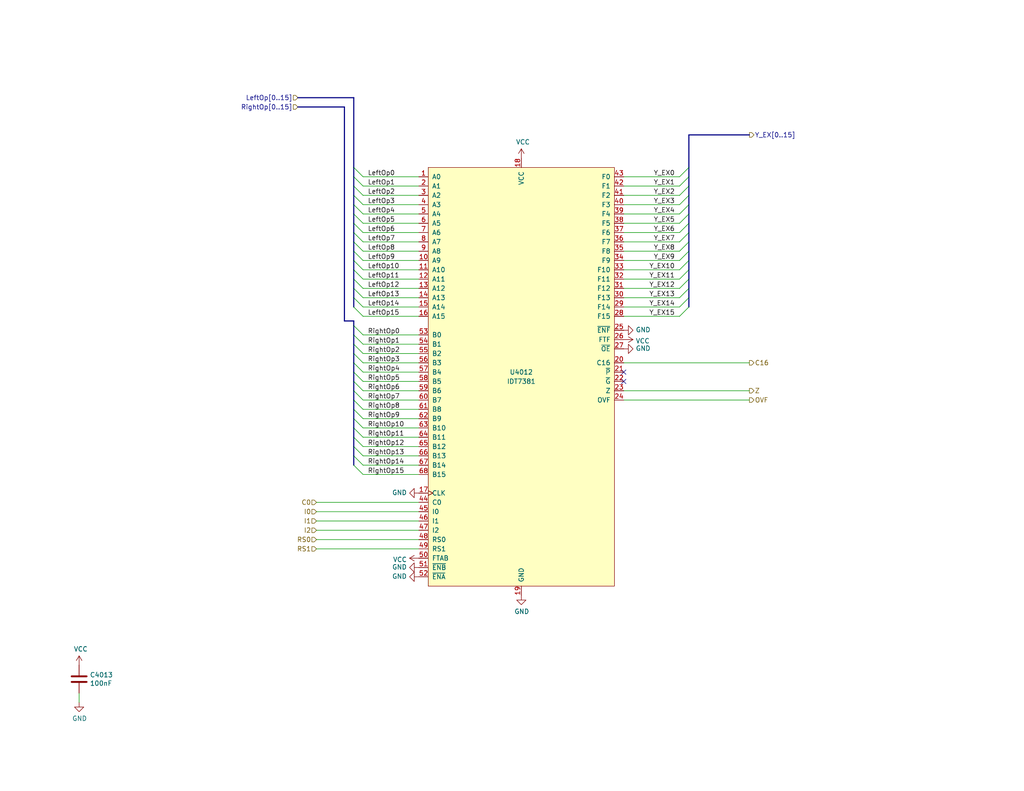
<source format=kicad_sch>
(kicad_sch (version 20211123) (generator eeschema)
  (paper "USLetter")
  (title_block (title "ALU") (date "2022-04-13") (rev "A (7ac7a3cb)") (comment 2 "are latched in registers in other parts of the circuit.") (comment 3 "This is configured for pure combinatorial operation where operands and outputs") (comment 4 "The ALU is built around the IDT 7381 sixteen-bit monolithic ALU IC."))
  (lib_symbols
    (symbol "Device:C" (pin_numbers hide) (pin_names (offset 0.254))
      (property "Reference" "C" (at 0.635 2.54 0))
      (property "Value" "C" (at 0.635 -2.54 0))
      (symbol "C_0_1"
        (polyline (pts (xy -2.032 -0.762) (xy 2.032 -0.762)) (stroke (width 0.508)))
        (polyline (pts (xy -2.032 0.762) (xy 2.032 0.762)) (stroke (width 0.508)))
      )
      (symbol "C_1_1"
        (pin passive line (at 0 3.81 270) (length 2.794) (name "~") (number "1"))
        (pin passive line (at 0 -3.81 90) (length 2.794) (name "~") (number "2"))
      )
    )
    (symbol "EXModule-rescue:IDT7381-CPU" (pin_names (offset 1.016))
      (property "Reference" "U" (at 1.27 2.54 0))
      (property "Value" "IDT7381-CPU" (at 1.27 0 0))
      (symbol "IDT7381-CPU_0_1"
        (rectangle (start -25.4 57.15) (end 25.4 -57.15) (fill (type background)))
      )
      (symbol "IDT7381-CPU_1_1"
        (pin input line (at -27.94 54.61 0) (length 2.54) (name "A0") (number "1"))
        (pin input line (at -27.94 31.75 0) (length 2.54) (name "A9") (number "10"))
        (pin input line (at -27.94 29.21 0) (length 2.54) (name "A10") (number "11"))
        (pin input line (at -27.94 26.67 0) (length 2.54) (name "A11") (number "12"))
        (pin input line (at -27.94 24.13 0) (length 2.54) (name "A12") (number "13"))
        (pin input line (at -27.94 21.59 0) (length 2.54) (name "A13") (number "14"))
        (pin input line (at -27.94 19.05 0) (length 2.54) (name "A14") (number "15"))
        (pin input line (at -27.94 16.51 0) (length 2.54) (name "A15") (number "16"))
        (pin input clock (at -27.94 -31.75 0) (length 2.54) (name "CLK") (number "17"))
        (pin power_in line (at 0 59.69 270) (length 2.54) (name "VCC") (number "18"))
        (pin power_in line (at 0 -59.69 90) (length 2.54) (name "GND") (number "19"))
        (pin input line (at -27.94 52.07 0) (length 2.54) (name "A1") (number "2"))
        (pin output line (at 27.94 3.81 180) (length 2.54) (name "C16") (number "20"))
        (pin output line (at 27.94 1.27 180) (length 2.54) (name "~{P}") (number "21"))
        (pin output line (at 27.94 -1.27 180) (length 2.54) (name "~{G}") (number "22"))
        (pin output line (at 27.94 -3.81 180) (length 2.54) (name "Z") (number "23"))
        (pin output line (at 27.94 -6.35 180) (length 2.54) (name "OVF") (number "24"))
        (pin input line (at 27.94 12.7 180) (length 2.54) (name "~{ENF}") (number "25"))
        (pin input line (at 27.94 10.16 180) (length 2.54) (name "FTF") (number "26"))
        (pin input line (at 27.94 7.62 180) (length 2.54) (name "~{OE}") (number "27"))
        (pin tri_state line (at 27.94 16.51 180) (length 2.54) (name "F15") (number "28"))
        (pin tri_state line (at 27.94 19.05 180) (length 2.54) (name "F14") (number "29"))
        (pin input line (at -27.94 49.53 0) (length 2.54) (name "A2") (number "3"))
        (pin tri_state line (at 27.94 21.59 180) (length 2.54) (name "F13") (number "30"))
        (pin tri_state line (at 27.94 24.13 180) (length 2.54) (name "F12") (number "31"))
        (pin tri_state line (at 27.94 26.67 180) (length 2.54) (name "F11") (number "32"))
        (pin tri_state line (at 27.94 29.21 180) (length 2.54) (name "F10") (number "33"))
        (pin tri_state line (at 27.94 31.75 180) (length 2.54) (name "F9") (number "34"))
        (pin tri_state line (at 27.94 34.29 180) (length 2.54) (name "F8") (number "35"))
        (pin tri_state line (at 27.94 36.83 180) (length 2.54) (name "F7") (number "36"))
        (pin tri_state line (at 27.94 39.37 180) (length 2.54) (name "F6") (number "37"))
        (pin tri_state line (at 27.94 41.91 180) (length 2.54) (name "F5") (number "38"))
        (pin tri_state line (at 27.94 44.45 180) (length 2.54) (name "F4") (number "39"))
        (pin input line (at -27.94 46.99 0) (length 2.54) (name "A3") (number "4"))
        (pin tri_state line (at 27.94 46.99 180) (length 2.54) (name "F3") (number "40"))
        (pin tri_state line (at 27.94 49.53 180) (length 2.54) (name "F2") (number "41"))
        (pin tri_state line (at 27.94 52.07 180) (length 2.54) (name "F1") (number "42"))
        (pin tri_state line (at 27.94 54.61 180) (length 2.54) (name "F0") (number "43"))
        (pin input line (at -27.94 -34.29 0) (length 2.54) (name "C0") (number "44"))
        (pin input line (at -27.94 -36.83 0) (length 2.54) (name "I0") (number "45"))
        (pin input line (at -27.94 -39.37 0) (length 2.54) (name "I1") (number "46"))
        (pin input line (at -27.94 -41.91 0) (length 2.54) (name "I2") (number "47"))
        (pin input line (at -27.94 -44.45 0) (length 2.54) (name "RS0") (number "48"))
        (pin input line (at -27.94 -46.99 0) (length 2.54) (name "RS1") (number "49"))
        (pin input line (at -27.94 44.45 0) (length 2.54) (name "A4") (number "5"))
        (pin input line (at -27.94 -49.53 0) (length 2.54) (name "FTAB") (number "50"))
        (pin input line (at -27.94 -52.07 0) (length 2.54) (name "~{ENB}") (number "51"))
        (pin input line (at -27.94 -54.61 0) (length 2.54) (name "~{ENA}") (number "52"))
        (pin input line (at -27.94 11.43 0) (length 2.54) (name "B0") (number "53"))
        (pin input line (at -27.94 8.89 0) (length 2.54) (name "B1") (number "54"))
        (pin input line (at -27.94 6.35 0) (length 2.54) (name "B2") (number "55"))
        (pin input line (at -27.94 3.81 0) (length 2.54) (name "B3") (number "56"))
        (pin input line (at -27.94 1.27 0) (length 2.54) (name "B4") (number "57"))
        (pin input line (at -27.94 -1.27 0) (length 2.54) (name "B5") (number "58"))
        (pin input line (at -27.94 -3.81 0) (length 2.54) (name "B6") (number "59"))
        (pin input line (at -27.94 41.91 0) (length 2.54) (name "A5") (number "6"))
        (pin input line (at -27.94 -6.35 0) (length 2.54) (name "B7") (number "60"))
        (pin input line (at -27.94 -8.89 0) (length 2.54) (name "B8") (number "61"))
        (pin input line (at -27.94 -11.43 0) (length 2.54) (name "B9") (number "62"))
        (pin input line (at -27.94 -13.97 0) (length 2.54) (name "B10") (number "63"))
        (pin input line (at -27.94 -16.51 0) (length 2.54) (name "B11") (number "64"))
        (pin input line (at -27.94 -19.05 0) (length 2.54) (name "B12") (number "65"))
        (pin input line (at -27.94 -21.59 0) (length 2.54) (name "B13") (number "66"))
        (pin input line (at -27.94 -24.13 0) (length 2.54) (name "B14") (number "67"))
        (pin input line (at -27.94 -26.67 0) (length 2.54) (name "B15") (number "68"))
        (pin input line (at -27.94 39.37 0) (length 2.54) (name "A6") (number "7"))
        (pin input line (at -27.94 36.83 0) (length 2.54) (name "A7") (number "8"))
        (pin input line (at -27.94 34.29 0) (length 2.54) (name "A8") (number "9"))
      )
    )
    (symbol "power:GND" (power) (pin_names (offset 0))
      (property "Value" "GND" (at 0 -3.81 0))
      (symbol "GND_0_1"
        (polyline (pts (xy 0 0) (xy 0 -1.27) (xy 1.27 -1.27) (xy 0 -2.54) (xy -1.27 -1.27) (xy 0 -1.27)))
      )
      (symbol "GND_1_1"
        (pin power_in line (at 0 0 270) (length 0) hide (name "GND") (number "1"))
      )
    )
    (symbol "power:VCC" (power) (pin_names (offset 0))
      (property "Value" "VCC" (at 0 3.81 0))
      (symbol "VCC_0_1"
        (polyline (pts (xy -0.762 1.27) (xy 0 2.54)))
        (polyline (pts (xy 0 0) (xy 0 2.54)))
        (polyline (pts (xy 0 2.54) (xy 0.762 1.27)))
      )
      (symbol "VCC_1_1"
        (pin power_in line (at 0 0 90) (length 0) hide (name "VCC") (number "1"))
      )
    )
  )
  (no_connect (at 170.18 104.14))
  (no_connect (at 170.18 101.6))
  (bus_entry (at 99.06 129.54) (size -2.54 -2.54))
  (bus_entry (at 99.06 66.04) (size -2.54 -2.54))
  (bus_entry (at 99.06 68.58) (size -2.54 -2.54))
  (bus_entry (at 99.06 99.06) (size -2.54 -2.54))
  (bus_entry (at 99.06 81.28) (size -2.54 -2.54))
  (bus_entry (at 99.06 63.5) (size -2.54 -2.54))
  (bus_entry (at 99.06 76.2) (size -2.54 -2.54))
  (bus_entry (at 99.06 55.88) (size -2.54 -2.54))
  (bus_entry (at 99.06 111.76) (size -2.54 -2.54))
  (bus_entry (at 99.06 93.98) (size -2.54 -2.54))
  (bus_entry (at 99.06 73.66) (size -2.54 -2.54))
  (bus_entry (at 99.06 127) (size -2.54 -2.54))
  (bus_entry (at 99.06 83.82) (size -2.54 -2.54))
  (bus_entry (at 99.06 71.12) (size -2.54 -2.54))
  (bus_entry (at 185.42 58.42) (size 2.54 -2.54))
  (bus_entry (at 99.06 48.26) (size -2.54 -2.54))
  (bus_entry (at 185.42 50.8) (size 2.54 -2.54))
  (bus_entry (at 99.06 58.42) (size -2.54 -2.54))
  (bus_entry (at 185.42 83.82) (size 2.54 -2.54))
  (bus_entry (at 99.06 50.8) (size -2.54 -2.54))
  (bus_entry (at 99.06 86.36) (size -2.54 -2.54))
  (bus_entry (at 99.06 78.74) (size -2.54 -2.54))
  (bus_entry (at 185.42 55.88) (size 2.54 -2.54))
  (bus_entry (at 99.06 104.14) (size -2.54 -2.54))
  (bus_entry (at 99.06 121.92) (size -2.54 -2.54))
  (bus_entry (at 99.06 101.6) (size -2.54 -2.54))
  (bus_entry (at 99.06 60.96) (size -2.54 -2.54))
  (bus_entry (at 185.42 78.74) (size 2.54 -2.54))
  (bus_entry (at 99.06 96.52) (size -2.54 -2.54))
  (bus_entry (at 99.06 106.68) (size -2.54 -2.54))
  (bus_entry (at 99.06 116.84) (size -2.54 -2.54))
  (bus_entry (at 99.06 124.46) (size -2.54 -2.54))
  (bus_entry (at 99.06 53.34) (size -2.54 -2.54))
  (bus_entry (at 185.42 76.2) (size 2.54 -2.54))
  (bus_entry (at 185.42 53.34) (size 2.54 -2.54))
  (bus_entry (at 185.42 71.12) (size 2.54 -2.54))
  (bus_entry (at 185.42 73.66) (size 2.54 -2.54))
  (bus_entry (at 99.06 119.38) (size -2.54 -2.54))
  (bus_entry (at 185.42 66.04) (size 2.54 -2.54))
  (bus_entry (at 185.42 81.28) (size 2.54 -2.54))
  (bus_entry (at 185.42 86.36) (size 2.54 -2.54))
  (bus_entry (at 185.42 68.58) (size 2.54 -2.54))
  (bus_entry (at 99.06 109.22) (size -2.54 -2.54))
  (bus_entry (at 185.42 63.5) (size 2.54 -2.54))
  (bus_entry (at 185.42 60.96) (size 2.54 -2.54))
  (bus_entry (at 99.06 114.3) (size -2.54 -2.54))
  (bus_entry (at 99.06 91.44) (size -2.54 -2.54))
  (bus_entry (at 185.42 48.26) (size 2.54 -2.54))
  (bus (pts (xy 187.96 63.5) (xy 187.96 66.04)))
  (bus (pts (xy 96.52 76.2) (xy 96.52 78.74)))
  (wire (pts (xy 185.42 58.42) (xy 170.18 58.42)))
  (wire (pts (xy 99.06 106.68) (xy 114.3 106.68)))
  (bus (pts (xy 187.96 78.74) (xy 187.96 81.28)))
  (wire (pts (xy 21.59 191.77) (xy 21.59 189.23)))
  (wire (pts (xy 185.42 48.26) (xy 170.18 48.26)))
  (bus (pts (xy 187.96 48.26) (xy 187.96 50.8)))
  (wire (pts (xy 185.42 60.96) (xy 170.18 60.96)))
  (wire (pts (xy 170.18 109.22) (xy 204.47 109.22)))
  (bus (pts (xy 187.96 68.58) (xy 187.96 71.12)))
  (bus (pts (xy 187.96 55.88) (xy 187.96 58.42)))
  (wire (pts (xy 185.42 83.82) (xy 170.18 83.82)))
  (bus (pts (xy 96.52 81.28) (xy 96.52 83.82)))
  (wire (pts (xy 99.06 76.2) (xy 114.3 76.2)))
  (bus (pts (xy 93.98 87.63) (xy 96.52 87.63)))
  (bus (pts (xy 187.96 45.72) (xy 187.96 48.26)))
  (bus (pts (xy 187.96 58.42) (xy 187.96 60.96)))
  (bus (pts (xy 96.52 71.12) (xy 96.52 73.66)))
  (bus (pts (xy 96.52 96.52) (xy 96.52 99.06)))
  (wire (pts (xy 99.06 83.82) (xy 114.3 83.82)))
  (bus (pts (xy 96.52 55.88) (xy 96.52 58.42)))
  (bus (pts (xy 96.52 26.67) (xy 96.52 45.72)))
  (wire (pts (xy 185.42 63.5) (xy 170.18 63.5)))
  (wire (pts (xy 99.06 63.5) (xy 114.3 63.5)))
  (wire (pts (xy 99.06 68.58) (xy 114.3 68.58)))
  (wire (pts (xy 114.3 142.24) (xy 86.36 142.24)))
  (wire (pts (xy 185.42 76.2) (xy 170.18 76.2)))
  (wire (pts (xy 99.06 99.06) (xy 114.3 99.06)))
  (bus (pts (xy 96.52 101.6) (xy 96.52 104.14)))
  (wire (pts (xy 99.06 73.66) (xy 114.3 73.66)))
  (wire (pts (xy 99.06 50.8) (xy 114.3 50.8)))
  (bus (pts (xy 96.52 111.76) (xy 96.52 114.3)))
  (wire (pts (xy 185.42 66.04) (xy 170.18 66.04)))
  (bus (pts (xy 96.52 58.42) (xy 96.52 60.96)))
  (bus (pts (xy 96.52 63.5) (xy 96.52 66.04)))
  (bus (pts (xy 187.96 73.66) (xy 187.96 76.2)))
  (bus (pts (xy 96.52 60.96) (xy 96.52 63.5)))
  (wire (pts (xy 99.06 78.74) (xy 114.3 78.74)))
  (wire (pts (xy 99.06 109.22) (xy 114.3 109.22)))
  (wire (pts (xy 99.06 58.42) (xy 114.3 58.42)))
  (bus (pts (xy 96.52 99.06) (xy 96.52 101.6)))
  (bus (pts (xy 96.52 50.8) (xy 96.52 53.34)))
  (wire (pts (xy 185.42 86.36) (xy 170.18 86.36)))
  (wire (pts (xy 185.42 53.34) (xy 170.18 53.34)))
  (bus (pts (xy 96.52 66.04) (xy 96.52 68.58)))
  (bus (pts (xy 96.52 119.38) (xy 96.52 121.92)))
  (wire (pts (xy 99.06 71.12) (xy 114.3 71.12)))
  (wire (pts (xy 99.06 116.84) (xy 114.3 116.84)))
  (bus (pts (xy 96.52 87.63) (xy 96.52 88.9)))
  (bus (pts (xy 96.52 68.58) (xy 96.52 71.12)))
  (bus (pts (xy 96.52 48.26) (xy 96.52 50.8)))
  (wire (pts (xy 99.06 124.46) (xy 114.3 124.46)))
  (wire (pts (xy 99.06 101.6) (xy 114.3 101.6)))
  (bus (pts (xy 187.96 76.2) (xy 187.96 78.74)))
  (wire (pts (xy 185.42 73.66) (xy 170.18 73.66)))
  (wire (pts (xy 99.06 121.92) (xy 114.3 121.92)))
  (wire (pts (xy 99.06 48.26) (xy 114.3 48.26)))
  (wire (pts (xy 99.06 91.44) (xy 114.3 91.44)))
  (bus (pts (xy 96.52 124.46) (xy 96.52 127)))
  (bus (pts (xy 96.52 93.98) (xy 96.52 96.52)))
  (bus (pts (xy 187.96 36.83) (xy 187.96 45.72)))
  (bus (pts (xy 96.52 116.84) (xy 96.52 119.38)))
  (bus (pts (xy 96.52 88.9) (xy 96.52 91.44)))
  (bus (pts (xy 96.52 73.66) (xy 96.52 76.2)))
  (wire (pts (xy 99.06 111.76) (xy 114.3 111.76)))
  (wire (pts (xy 99.06 93.98) (xy 114.3 93.98)))
  (bus (pts (xy 96.52 104.14) (xy 96.52 106.68)))
  (wire (pts (xy 170.18 106.68) (xy 204.47 106.68)))
  (wire (pts (xy 99.06 81.28) (xy 114.3 81.28)))
  (bus (pts (xy 96.52 78.74) (xy 96.52 81.28)))
  (wire (pts (xy 99.06 127) (xy 114.3 127)))
  (bus (pts (xy 96.52 45.72) (xy 96.52 48.26)))
  (bus (pts (xy 204.47 36.83) (xy 187.96 36.83)))
  (bus (pts (xy 187.96 50.8) (xy 187.96 53.34)))
  (wire (pts (xy 185.42 68.58) (xy 170.18 68.58)))
  (bus (pts (xy 187.96 71.12) (xy 187.96 73.66)))
  (bus (pts (xy 187.96 66.04) (xy 187.96 68.58)))
  (wire (pts (xy 99.06 66.04) (xy 114.3 66.04)))
  (bus (pts (xy 96.52 53.34) (xy 96.52 55.88)))
  (wire (pts (xy 185.42 50.8) (xy 170.18 50.8)))
  (bus (pts (xy 96.52 109.22) (xy 96.52 111.76)))
  (wire (pts (xy 99.06 86.36) (xy 114.3 86.36)))
  (bus (pts (xy 187.96 81.28) (xy 187.96 83.82)))
  (bus (pts (xy 93.98 29.21) (xy 93.98 87.63)))
  (wire (pts (xy 185.42 81.28) (xy 170.18 81.28)))
  (bus (pts (xy 96.52 106.68) (xy 96.52 109.22)))
  (wire (pts (xy 99.06 96.52) (xy 114.3 96.52)))
  (wire (pts (xy 185.42 78.74) (xy 170.18 78.74)))
  (bus (pts (xy 96.52 114.3) (xy 96.52 116.84)))
  (wire (pts (xy 86.36 137.16) (xy 114.3 137.16)))
  (bus (pts (xy 96.52 121.92) (xy 96.52 124.46)))
  (wire (pts (xy 99.06 114.3) (xy 114.3 114.3)))
  (wire (pts (xy 99.06 119.38) (xy 114.3 119.38)))
  (wire (pts (xy 99.06 104.14) (xy 114.3 104.14)))
  (wire (pts (xy 99.06 55.88) (xy 114.3 55.88)))
  (wire (pts (xy 114.3 144.78) (xy 86.36 144.78)))
  (wire (pts (xy 99.06 60.96) (xy 114.3 60.96)))
  (wire (pts (xy 114.3 147.32) (xy 86.36 147.32)))
  (wire (pts (xy 114.3 139.7) (xy 86.36 139.7)))
  (wire (pts (xy 170.18 99.06) (xy 204.47 99.06)))
  (bus (pts (xy 93.98 29.21) (xy 81.28 29.21)))
  (wire (pts (xy 114.3 149.86) (xy 86.36 149.86)))
  (wire (pts (xy 99.06 129.54) (xy 114.3 129.54)))
  (wire (pts (xy 99.06 53.34) (xy 114.3 53.34)))
  (wire (pts (xy 185.42 55.88) (xy 170.18 55.88)))
  (bus (pts (xy 96.52 91.44) (xy 96.52 93.98)))
  (wire (pts (xy 185.42 71.12) (xy 170.18 71.12)))
  (bus (pts (xy 187.96 53.34) (xy 187.96 55.88)))
  (bus (pts (xy 96.52 26.67) (xy 81.28 26.67)))
  (bus (pts (xy 187.96 60.96) (xy 187.96 63.5)))
  (label "RightOp13" (at 100.33 124.46 0))
  (label "RightOp2" (at 100.33 96.52 0))
  (label "Y_EX6" (at 184.15 63.5 180))
  (label "Y_EX3" (at 184.15 55.88 180))
  (label "Y_EX14" (at 184.15 83.82 180))
  (label "Y_EX13" (at 184.15 81.28 180))
  (label "Y_EX11" (at 184.15 76.2 180))
  (label "RightOp14" (at 100.33 127 0))
  (label "LeftOp11" (at 100.33 76.2 0))
  (label "LeftOp15" (at 100.33 86.36 0))
  (label "LeftOp0" (at 100.33 48.26 0))
  (label "Y_EX5" (at 184.15 60.96 180))
  (label "RightOp3" (at 100.33 99.06 0))
  (label "LeftOp9" (at 100.33 71.12 0))
  (label "RightOp1" (at 100.33 93.98 0))
  (label "RightOp11" (at 100.33 119.38 0))
  (label "LeftOp6" (at 100.33 63.5 0))
  (label "LeftOp13" (at 100.33 81.28 0))
  (label "LeftOp10" (at 100.33 73.66 0))
  (label "RightOp0" (at 100.33 91.44 0))
  (label "RightOp5" (at 100.33 104.14 0))
  (label "Y_EX10" (at 184.15 73.66 180))
  (label "RightOp7" (at 100.33 109.22 0))
  (label "LeftOp1" (at 100.33 50.8 0))
  (label "Y_EX4" (at 184.15 58.42 180))
  (label "Y_EX9" (at 184.15 71.12 180))
  (label "Y_EX7" (at 184.15 66.04 180))
  (label "Y_EX1" (at 184.15 50.8 180))
  (label "LeftOp12" (at 100.33 78.74 0))
  (label "Y_EX8" (at 184.15 68.58 180))
  (label "Y_EX2" (at 184.15 53.34 180))
  (label "Y_EX12" (at 184.15 78.74 180))
  (label "RightOp10" (at 100.33 116.84 0))
  (label "LeftOp4" (at 100.33 58.42 0))
  (label "LeftOp14" (at 100.33 83.82 0))
  (label "LeftOp3" (at 100.33 55.88 0))
  (label "RightOp9" (at 100.33 114.3 0))
  (label "Y_EX0" (at 184.15 48.26 180))
  (label "Y_EX15" (at 184.15 86.36 180))
  (label "LeftOp2" (at 100.33 53.34 0))
  (label "LeftOp5" (at 100.33 60.96 0))
  (label "RightOp12" (at 100.33 121.92 0))
  (label "RightOp4" (at 100.33 101.6 0))
  (label "RightOp8" (at 100.33 111.76 0))
  (label "RightOp6" (at 100.33 106.68 0))
  (label "RightOp15" (at 100.33 129.54 0))
  (label "LeftOp8" (at 100.33 68.58 0))
  (label "LeftOp7" (at 100.33 66.04 0))
  (hierarchical_label "Y_EX[0..15]" (shape output) (at 204.47 36.83 0))
  (hierarchical_label "RS0" (shape input) (at 86.36 147.32 180))
  (hierarchical_label "Z" (shape output) (at 204.47 106.68 0))
  (hierarchical_label "RightOp[0..15]" (shape input) (at 81.28 29.21 180))
  (hierarchical_label "RS1" (shape input) (at 86.36 149.86 180))
  (hierarchical_label "I1" (shape input) (at 86.36 142.24 180))
  (hierarchical_label "I2" (shape input) (at 86.36 144.78 180))
  (hierarchical_label "C16" (shape output) (at 204.47 99.06 0))
  (hierarchical_label "LeftOp[0..15]" (shape input) (at 81.28 26.67 180))
  (hierarchical_label "C0" (shape input) (at 86.36 137.16 180))
  (hierarchical_label "I0" (shape input) (at 86.36 139.7 180))
  (hierarchical_label "OVF" (shape output) (at 204.47 109.22 0))
  (symbol (lib_id "Device:C") (at 21.59 185.42 0) (unit 1)
    (property "Reference" "C4013" (at 24.511 184.2516 0) (effects (justify left)))
    (property "Value" "100nF" (at 24.511 186.563 0) (effects (justify left)))
    (property "Footprint" "Capacitor_SMD:C_0603_1608Metric_Pad1.08x0.95mm_HandSolder" (effects hide))
    (property "Mouser" "https://www.mouser.com/ProductDetail/963-EMK107B7104KAHT" (effects hide))
  )
  (symbol (lib_id "power:VCC") (at 21.59 181.61 0) (unit 1)
    (property "Reference" "#PWR04058" (effects hide))
    (property "Value" "VCC" (at 22.0218 177.2158 0))
  )
  (symbol (lib_id "power:GND") (at 21.59 191.77 0) (unit 1)
    (property "Reference" "#PWR04059" (effects hide))
    (property "Value" "GND" (at 21.717 196.1642 0))
  )
  (symbol (lib_id "EXModule-rescue:IDT7381-CPU") (at 142.24 102.87 0) (unit 1)
    (property "Reference" "U4012" (at 142.24 101.6 0))
    (property "Value" "IDT7381" (at 142.24 104.14 0))
    (property "Footprint" "Package_LCC:PLCC-68_SMD-Socket" (effects hide))
    (property "Datasheet" "https://www.digchip.com/datasheets/download_datasheet.php?id=419696&part-number=IDT7381" (effects hide))
    (property "Mouser" "https://www.mouser.com/ProductDetail/3M-Electronic-Solutions-Division/8468-21B1-RK-TP?qs=WZRMhwwaLl%2FJN6Bcf7US3Q%3D%3D" (effects hide))
  )
  (symbol (lib_id "power:VCC") (at 142.24 43.18 0) (unit 1)
    (property "Reference" "#PWR04064" (effects hide))
    (property "Value" "VCC" (at 142.6718 38.7858 0))
  )
  (symbol (lib_id "power:GND") (at 142.24 162.56 0) (unit 1)
    (property "Reference" "#PWR04065" (effects hide))
    (property "Value" "GND" (at 142.367 166.9542 0))
  )
  (symbol (lib_id "power:GND") (at 170.18 90.17 90) (unit 1)
    (property "Reference" "#PWR04066" (effects hide))
    (property "Value" "GND" (at 173.4312 90.043 90) (effects (justify right)))
  )
  (symbol (lib_id "power:GND") (at 114.3 154.94 270) (mirror x) (unit 1)
    (property "Reference" "#PWR04062" (effects hide))
    (property "Value" "GND" (at 111.0488 154.813 90) (effects (justify right)))
  )
  (symbol (lib_id "power:GND") (at 114.3 157.48 270) (mirror x) (unit 1)
    (property "Reference" "#PWR04063" (effects hide))
    (property "Value" "GND" (at 111.0488 157.353 90) (effects (justify right)))
  )
  (symbol (lib_id "power:VCC") (at 170.18 92.71 270) (unit 1)
    (property "Reference" "#PWR04067" (effects hide))
    (property "Value" "VCC" (at 173.4312 93.091 90) (effects (justify left)))
  )
  (symbol (lib_id "power:GND") (at 114.3 134.62 270) (mirror x) (unit 1)
    (property "Reference" "#PWR04060" (effects hide))
    (property "Value" "GND" (at 111.0488 134.493 90) (effects (justify right)))
  )
  (symbol (lib_id "power:VCC") (at 114.3 152.4 90) (mirror x) (unit 1)
    (property "Reference" "#PWR04061" (effects hide))
    (property "Value" "VCC" (at 111.0488 152.781 90) (effects (justify left)))
  )
  (symbol (lib_id "power:GND") (at 170.18 95.25 90) (unit 1)
    (property "Reference" "#PWR04068" (effects hide))
    (property "Value" "GND" (at 173.4312 95.123 90) (effects (justify right)))
  )
)
</source>
